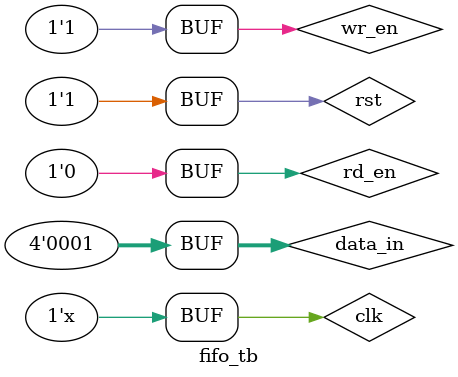
<source format=v>
module fifo_tb;

reg clk=0;
reg [3:0]data_in;
reg rst,wr_en,rd_en;
wire [3:0]data_out;
wire full,empty;

fifo f(data_out,empty,full,data_in,clk,rst,wr_en,rd_en);

always #5 clk =~clk;

initial
begin
#2 rst=0;
#1 rst=1;
end

initial
begin
data_in=4;
#8 data_in=7;
#9 data_in=2;
#25 data_in=5;
#12 data_in=11;
#13 data_in=14;
#22 data_in=1;
end

initial
begin
#1 wr_en=1;
#1 rd_en=0;
#37 rd_en=1;
#40 rd_en = 0;
end

endmodule
</source>
